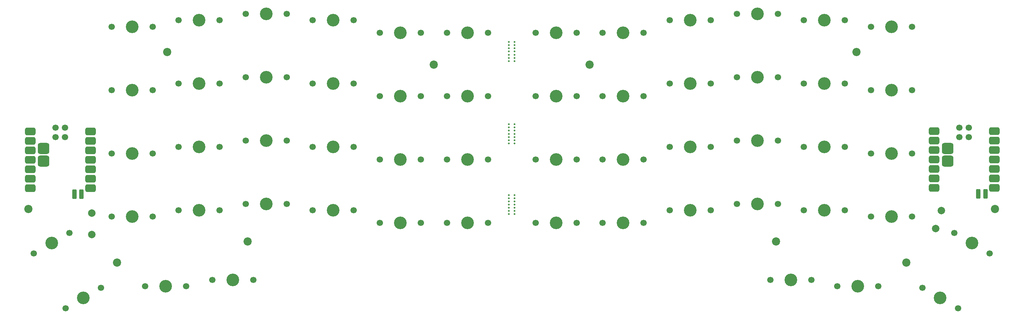
<source format=gbr>
%TF.GenerationSoftware,KiCad,Pcbnew,9.0.6*%
%TF.CreationDate,2025-12-05T23:49:31-05:00*%
%TF.ProjectId,VoyagerSplitKicad,566f7961-6765-4725-9370-6c69744b6963,rev?*%
%TF.SameCoordinates,Original*%
%TF.FileFunction,Soldermask,Top*%
%TF.FilePolarity,Negative*%
%FSLAX46Y46*%
G04 Gerber Fmt 4.6, Leading zero omitted, Abs format (unit mm)*
G04 Created by KiCad (PCBNEW 9.0.6) date 2025-12-05 23:49:31*
%MOMM*%
%LPD*%
G01*
G04 APERTURE LIST*
G04 Aperture macros list*
%AMRoundRect*
0 Rectangle with rounded corners*
0 $1 Rounding radius*
0 $2 $3 $4 $5 $6 $7 $8 $9 X,Y pos of 4 corners*
0 Add a 4 corners polygon primitive as box body*
4,1,4,$2,$3,$4,$5,$6,$7,$8,$9,$2,$3,0*
0 Add four circle primitives for the rounded corners*
1,1,$1+$1,$2,$3*
1,1,$1+$1,$4,$5*
1,1,$1+$1,$6,$7*
1,1,$1+$1,$8,$9*
0 Add four rect primitives between the rounded corners*
20,1,$1+$1,$2,$3,$4,$5,0*
20,1,$1+$1,$4,$5,$6,$7,0*
20,1,$1+$1,$6,$7,$8,$9,0*
20,1,$1+$1,$8,$9,$2,$3,0*%
G04 Aperture macros list end*
%ADD10RoundRect,0.525400X-0.900400X-0.525400X0.900400X-0.525400X0.900400X0.525400X-0.900400X0.525400X0*%
%ADD11RoundRect,0.775400X0.775400X0.775400X-0.775400X0.775400X-0.775400X-0.775400X0.775400X-0.775400X0*%
%ADD12RoundRect,0.300400X-0.300400X1.000400X-0.300400X-1.000400X0.300400X-1.000400X0.300400X1.000400X0*%
%ADD13C,1.700000*%
%ADD14C,0.500000*%
%ADD15C,2.000000*%
%ADD16C,2.200000*%
%ADD17C,3.400000*%
G04 APERTURE END LIST*
D10*
%TO.C,U1*%
X310676500Y-130041300D03*
X310676500Y-132581300D03*
X310676500Y-135121300D03*
X310676500Y-137661300D03*
X310676500Y-140201300D03*
X310676500Y-142741300D03*
X310676500Y-145281300D03*
X326841500Y-145281300D03*
X326841500Y-142741300D03*
X326841500Y-140201300D03*
X326841500Y-137661300D03*
X326841500Y-135121300D03*
X326841500Y-132581300D03*
X326841500Y-130041300D03*
D11*
X314286500Y-138061300D03*
X314286500Y-134661300D03*
D12*
X322541500Y-146898200D03*
X324446500Y-146898200D03*
D13*
X317461500Y-129092800D03*
X320001500Y-129092800D03*
X317461500Y-131632800D03*
X320001500Y-131632800D03*
%TD*%
D14*
%TO.C,H11*%
X196550000Y-133300002D03*
X198050000Y-133300002D03*
X196550000Y-132450002D03*
X198050000Y-132450002D03*
X196550000Y-131600002D03*
X198050000Y-131600002D03*
X196550000Y-130750002D03*
X198050000Y-130750002D03*
X196550000Y-129900002D03*
X198050000Y-129900002D03*
X196550000Y-129050002D03*
X198050000Y-129050002D03*
X196550000Y-128200002D03*
X198050000Y-128200002D03*
%TD*%
D15*
%TO.C,-*%
X84600000Y-152000000D03*
%TD*%
D16*
%TO.C,H7*%
X327001000Y-150949500D03*
%TD*%
%TO.C,H1*%
X303201000Y-165349500D03*
%TD*%
D14*
%TO.C,H13*%
X196549999Y-111199997D03*
X198049999Y-111199997D03*
X196549999Y-110349997D03*
X198049999Y-110349997D03*
X196549999Y-109499997D03*
X198049999Y-109499997D03*
X196549999Y-108649997D03*
X198049999Y-108649997D03*
X196549999Y-107799997D03*
X198049999Y-107799997D03*
X196549999Y-106949997D03*
X198049999Y-106949997D03*
X196549999Y-106099997D03*
X198049999Y-106099997D03*
%TD*%
D16*
%TO.C,H5*%
X289801000Y-108749500D03*
%TD*%
%TO.C,H8*%
X67599000Y-150950000D03*
%TD*%
%TO.C,H9*%
X218201000Y-112149500D03*
%TD*%
D14*
%TO.C,H12*%
X196550000Y-152300001D03*
X198050000Y-152300001D03*
X196550000Y-151450001D03*
X198050000Y-151450001D03*
X196550000Y-150600001D03*
X198050000Y-150600001D03*
X196550000Y-149750001D03*
X198050000Y-149750001D03*
X196550000Y-148900001D03*
X198050000Y-148900001D03*
X196550000Y-148050001D03*
X198050000Y-148050001D03*
X196550000Y-147200001D03*
X198050000Y-147200001D03*
%TD*%
D15*
%TO.C,+*%
X84600000Y-157800000D03*
%TD*%
%TO.C,+*%
X311101000Y-156149500D03*
%TD*%
D10*
%TO.C,U2*%
X68050000Y-130080000D03*
X68050000Y-132620000D03*
X68050000Y-135160000D03*
X68050000Y-137700000D03*
X68050000Y-140240000D03*
X68050000Y-142780000D03*
X68050000Y-145320000D03*
X84215000Y-145320000D03*
X84215000Y-142780000D03*
X84215000Y-140240000D03*
X84215000Y-137700000D03*
X84215000Y-135160000D03*
X84215000Y-132620000D03*
X84215000Y-130080000D03*
D11*
X71660000Y-138100000D03*
X71660000Y-134700000D03*
D12*
X79915000Y-146936900D03*
X81820000Y-146936900D03*
D13*
X74835000Y-129131500D03*
X77375000Y-129131500D03*
X74835000Y-131671500D03*
X77375000Y-131671500D03*
%TD*%
D15*
%TO.C,-*%
X312601000Y-151349500D03*
%TD*%
D16*
%TO.C,H3*%
X268201000Y-159649500D03*
%TD*%
%TO.C,H4*%
X176400000Y-112149998D03*
%TD*%
%TO.C,H6*%
X126398998Y-159649000D03*
%TD*%
%TO.C,H10*%
X91399000Y-165350000D03*
%TD*%
%TO.C,H2*%
X104799998Y-108750000D03*
%TD*%
D13*
%TO.C,SW27*%
X143900000Y-134250000D03*
D17*
X149400000Y-134250000D03*
D13*
X154900000Y-134250000D03*
%TD*%
%TO.C,SW17*%
X239701000Y-100249500D03*
D17*
X245201000Y-100249500D03*
D13*
X250701000Y-100249500D03*
%TD*%
%TO.C,SW15*%
X161900000Y-137650000D03*
D17*
X167400000Y-137650000D03*
D13*
X172900000Y-137650000D03*
%TD*%
%TO.C,SW25*%
X143900000Y-100250000D03*
D17*
X149400000Y-100250000D03*
D13*
X154900000Y-100250000D03*
%TD*%
%TO.C,SW53*%
X307537860Y-172099500D03*
D17*
X312301000Y-174849500D03*
D13*
X317064140Y-177599500D03*
%TD*%
%TO.C,SW46*%
X89900002Y-119000000D03*
D17*
X95400002Y-119000000D03*
D13*
X100900002Y-119000000D03*
%TD*%
%TO.C,SW18*%
X239701000Y-117249500D03*
D17*
X245201000Y-117249500D03*
D13*
X250701000Y-117249500D03*
%TD*%
%TO.C,SW40*%
X293701000Y-152999500D03*
D17*
X299201000Y-152999500D03*
D13*
X304701000Y-152999500D03*
%TD*%
%TO.C,SW44*%
X107900000Y-151250000D03*
D17*
X113400000Y-151250000D03*
D13*
X118900000Y-151250000D03*
%TD*%
%TO.C,SW38*%
X293701000Y-118999500D03*
D17*
X299201000Y-118999500D03*
D13*
X304701000Y-118999500D03*
%TD*%
%TO.C,SW60*%
X69035860Y-162876567D03*
D17*
X73799000Y-160126567D03*
D13*
X78562140Y-157376567D03*
%TD*%
%TO.C,SW58*%
X98901000Y-171650000D03*
D17*
X104401000Y-171650000D03*
D13*
X109901000Y-171650000D03*
%TD*%
%TO.C,SW11*%
X221701000Y-137649500D03*
D17*
X227201000Y-137649500D03*
D13*
X232701000Y-137649500D03*
%TD*%
%TO.C,SW42*%
X107900000Y-117250000D03*
D17*
X113400000Y-117250000D03*
D13*
X118900000Y-117250000D03*
%TD*%
%TO.C,SW41*%
X107900000Y-100250000D03*
D17*
X113400000Y-100250000D03*
D13*
X118900000Y-100250000D03*
%TD*%
%TO.C,SW51*%
X266689141Y-169949500D03*
D17*
X272189141Y-169949500D03*
D13*
X277689141Y-169949500D03*
%TD*%
%TO.C,SW43*%
X107900000Y-134250000D03*
D17*
X113400000Y-134250000D03*
D13*
X118900000Y-134250000D03*
%TD*%
%TO.C,SW1*%
X203701000Y-103649500D03*
D17*
X209201000Y-103649500D03*
D13*
X214701000Y-103649500D03*
%TD*%
%TO.C,SW29*%
X125900000Y-98550000D03*
D17*
X131400000Y-98550000D03*
D13*
X136900000Y-98550000D03*
%TD*%
%TO.C,SW19*%
X239701000Y-134249500D03*
D17*
X245201000Y-134249500D03*
D13*
X250701000Y-134249500D03*
%TD*%
%TO.C,SW21*%
X257700000Y-98548500D03*
D17*
X263200000Y-98548500D03*
D13*
X268700000Y-98548500D03*
%TD*%
%TO.C,SW59*%
X77535860Y-177599000D03*
D17*
X82299000Y-174849000D03*
D13*
X87062140Y-172099000D03*
%TD*%
%TO.C,SW12*%
X221701000Y-154649500D03*
D17*
X227201000Y-154649500D03*
D13*
X232701000Y-154649500D03*
%TD*%
%TO.C,SW57*%
X116901000Y-169950000D03*
D17*
X122401000Y-169950000D03*
D13*
X127901000Y-169950000D03*
%TD*%
%TO.C,SW45*%
X89900002Y-102000000D03*
D17*
X95400002Y-102000000D03*
D13*
X100900002Y-102000000D03*
%TD*%
%TO.C,SW33*%
X275701000Y-100249500D03*
D17*
X281201000Y-100249500D03*
D13*
X286701000Y-100249500D03*
%TD*%
%TO.C,SW34*%
X275701000Y-117249500D03*
D17*
X281201000Y-117249500D03*
D13*
X286701000Y-117249500D03*
%TD*%
%TO.C,SW39*%
X293701000Y-135999500D03*
D17*
X299201000Y-135999500D03*
D13*
X304701000Y-135999500D03*
%TD*%
%TO.C,SW37*%
X293701000Y-101999500D03*
D17*
X299201000Y-101999500D03*
D13*
X304701000Y-101999500D03*
%TD*%
%TO.C,SW16*%
X161900000Y-154650000D03*
D17*
X167400000Y-154650000D03*
D13*
X172900000Y-154650000D03*
%TD*%
%TO.C,SW6*%
X221701000Y-120649500D03*
D17*
X227201000Y-120649500D03*
D13*
X232701000Y-120649500D03*
%TD*%
%TO.C,SW4*%
X161900000Y-103650000D03*
D17*
X167400000Y-103650000D03*
D13*
X172900000Y-103650000D03*
%TD*%
%TO.C,SW8*%
X161900000Y-120650000D03*
D17*
X167400000Y-120650000D03*
D13*
X172900000Y-120650000D03*
%TD*%
%TO.C,SW48*%
X89900002Y-153000000D03*
D17*
X95400002Y-153000000D03*
D13*
X100900002Y-153000000D03*
%TD*%
%TO.C,SW9*%
X203701000Y-137649500D03*
D17*
X209201000Y-137649500D03*
D13*
X214701000Y-137649500D03*
%TD*%
%TO.C,SW47*%
X89900002Y-136000000D03*
D17*
X95400002Y-136000000D03*
D13*
X100900002Y-136000000D03*
%TD*%
%TO.C,SW24*%
X257701000Y-149549500D03*
D17*
X263201000Y-149549500D03*
D13*
X268701000Y-149549500D03*
%TD*%
%TO.C,SW31*%
X125900000Y-132550000D03*
D17*
X131400000Y-132550000D03*
D13*
X136900000Y-132550000D03*
%TD*%
%TO.C,SW5*%
X203701000Y-120649500D03*
D17*
X209201000Y-120649500D03*
D13*
X214701000Y-120649500D03*
%TD*%
%TO.C,SW22*%
X257701000Y-115549500D03*
D17*
X263201000Y-115549500D03*
D13*
X268701000Y-115549500D03*
%TD*%
%TO.C,SW35*%
X275701000Y-134249500D03*
D17*
X281201000Y-134249500D03*
D13*
X286701000Y-134249500D03*
%TD*%
%TO.C,SW30*%
X125900000Y-115550000D03*
D17*
X131400000Y-115550000D03*
D13*
X136900000Y-115550000D03*
%TD*%
%TO.C,SW32*%
X125900000Y-149550000D03*
D17*
X131400000Y-149550000D03*
D13*
X136900000Y-149550000D03*
%TD*%
%TO.C,SW13*%
X179900000Y-137650000D03*
D17*
X185400000Y-137650000D03*
D13*
X190900000Y-137650000D03*
%TD*%
%TO.C,SW26*%
X143900000Y-117250000D03*
D17*
X149400000Y-117250000D03*
D13*
X154900000Y-117250000D03*
%TD*%
%TO.C,SW54*%
X316037859Y-157377068D03*
D17*
X320800999Y-160127068D03*
D13*
X325564139Y-162877068D03*
%TD*%
%TO.C,SW36*%
X275701000Y-151249500D03*
D17*
X281201000Y-151249500D03*
D13*
X286701000Y-151249500D03*
%TD*%
%TO.C,SW2*%
X179900000Y-103650000D03*
D17*
X185400000Y-103650000D03*
D13*
X190900000Y-103650000D03*
%TD*%
%TO.C,SW3*%
X221701000Y-103649500D03*
D17*
X227201000Y-103649500D03*
D13*
X232701000Y-103649500D03*
%TD*%
%TO.C,SW28*%
X143900000Y-151250000D03*
D17*
X149400000Y-151250000D03*
D13*
X154900000Y-151250000D03*
%TD*%
%TO.C,SW7*%
X179900000Y-120650000D03*
D17*
X185400000Y-120650000D03*
D13*
X190900000Y-120650000D03*
%TD*%
%TO.C,SW52*%
X284689141Y-171649500D03*
D17*
X290189141Y-171649500D03*
D13*
X295689141Y-171649500D03*
%TD*%
%TO.C,SW10*%
X203701000Y-154649500D03*
D17*
X209201000Y-154649500D03*
D13*
X214701000Y-154649500D03*
%TD*%
%TO.C,SW14*%
X179900000Y-154650000D03*
D17*
X185400000Y-154650000D03*
D13*
X190900000Y-154650000D03*
%TD*%
%TO.C,SW20*%
X239701000Y-151249500D03*
D17*
X245201000Y-151249500D03*
D13*
X250701000Y-151249500D03*
%TD*%
%TO.C,SW23*%
X257701000Y-132549500D03*
D17*
X263201000Y-132549500D03*
D13*
X268701000Y-132549500D03*
%TD*%
M02*

</source>
